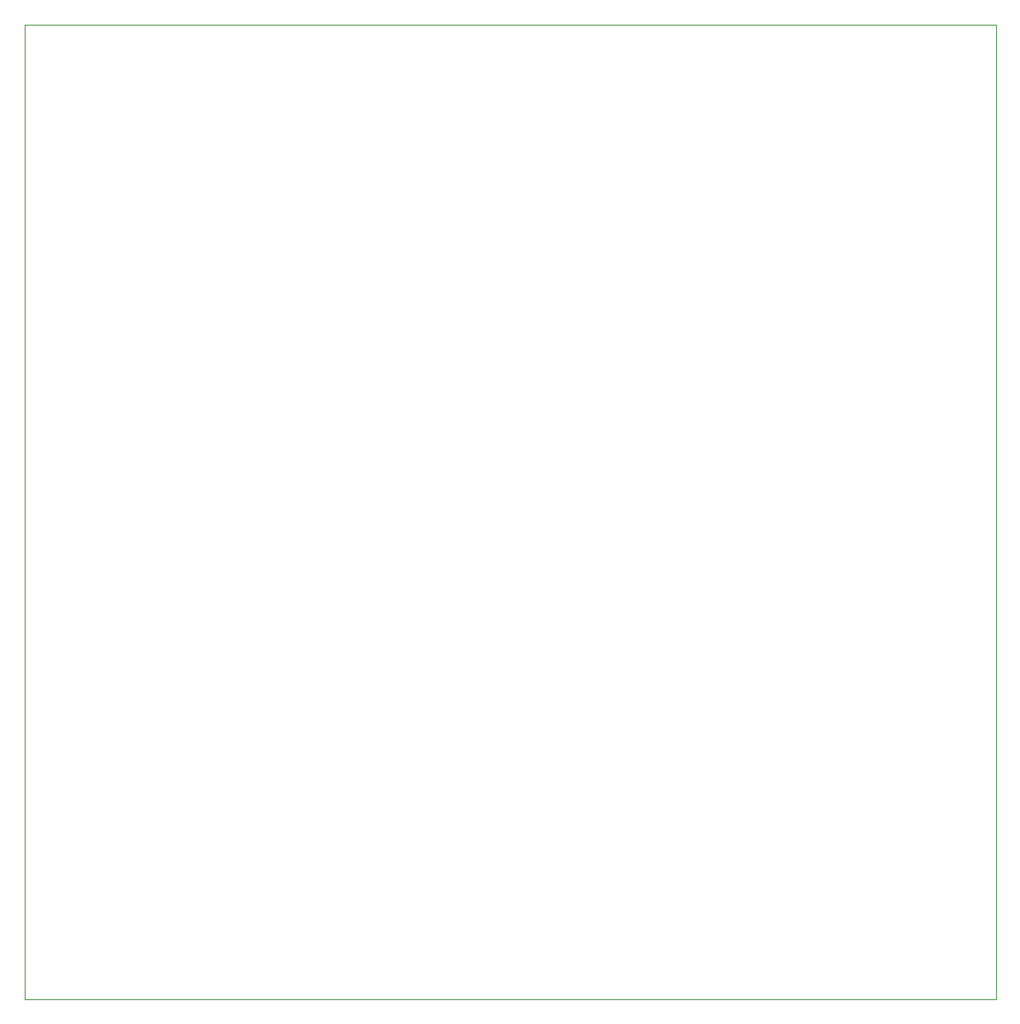
<source format=gbr>
G04 #@! TF.GenerationSoftware,KiCad,Pcbnew,(5.1.5-0-10_14)*
G04 #@! TF.CreationDate,2020-03-12T22:04:08+00:00*
G04 #@! TF.ProjectId,MidiLedController,4d696469-4c65-4644-936f-6e74726f6c6c,C*
G04 #@! TF.SameCoordinates,Original*
G04 #@! TF.FileFunction,Profile,NP*
%FSLAX46Y46*%
G04 Gerber Fmt 4.6, Leading zero omitted, Abs format (unit mm)*
G04 Created by KiCad (PCBNEW (5.1.5-0-10_14)) date 2020-03-12 22:04:08*
%MOMM*%
%LPD*%
G04 APERTURE LIST*
%ADD10C,0.050000*%
G04 APERTURE END LIST*
D10*
X93345000Y-143510000D02*
X93345000Y-43434000D01*
X193167000Y-143510000D02*
X93345000Y-143510000D01*
X193167000Y-43434000D02*
X193167000Y-143510000D01*
X93345000Y-43434000D02*
X193167000Y-43434000D01*
M02*

</source>
